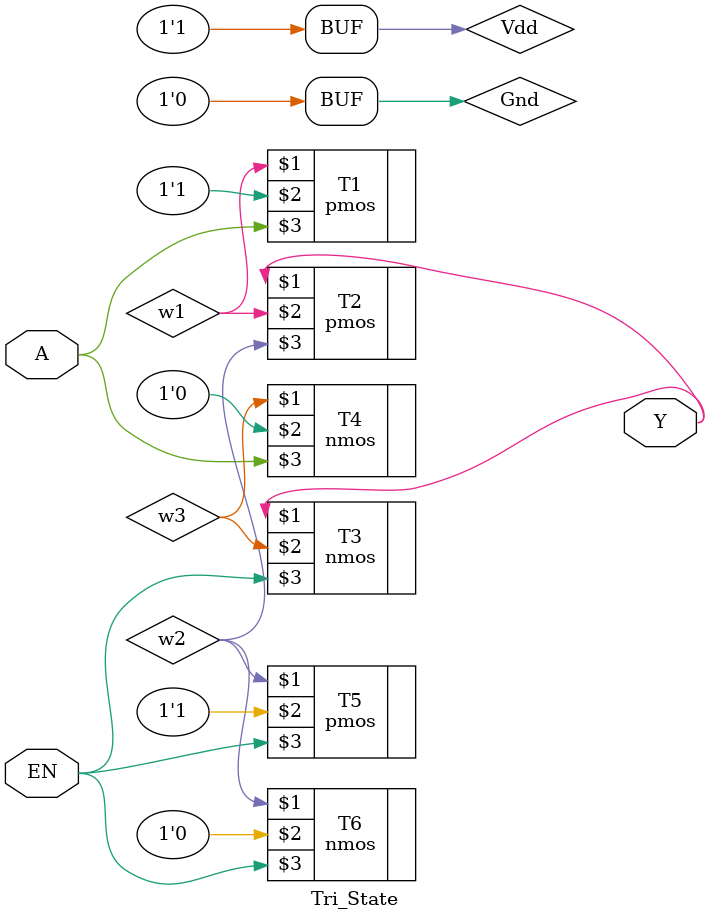
<source format=v>
`timescale 1ns/1ns
module Tri_State(input A, EN, output Y);
 wire w1, w2, w3;
 supply1 Vdd;
 supply0 Gnd;
 //main of the gate
 pmos #(5,6,7) T1(w1,Vdd,A), T2(Y,w1,w2);
 nmos #(3,4,5) T3(Y,w3,EN), T4(w3,Gnd,A);
 //inverter:
 pmos #(5,6,7) T5(w2,Vdd,EN);
 nmos #(3,4,5) T6(w2,Gnd,EN);
endmodule
</source>
